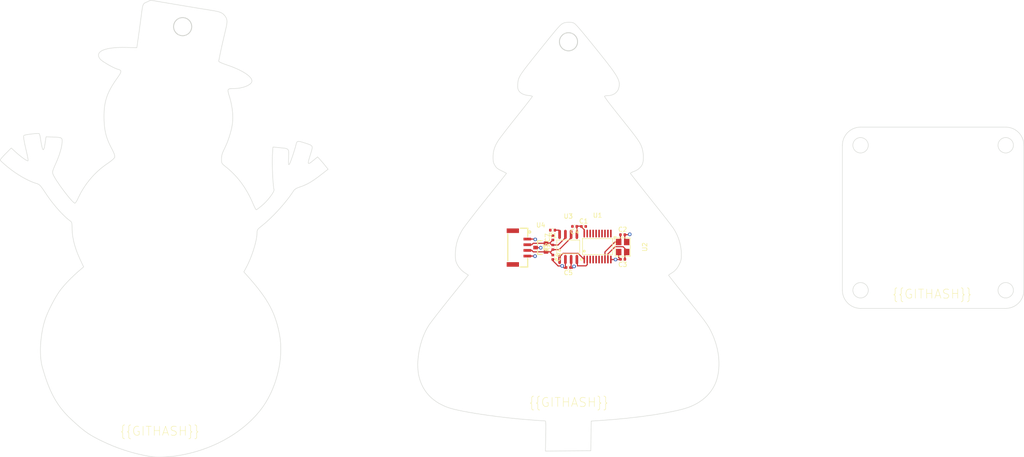
<source format=kicad_pcb>
(kicad_pcb (version 20240108) (generator "pcbnew") (generator_version "8.0")
  (layers (0 "F.Cu" signal) (31 "B.Cu" signal) (34 "B.Paste" user) (35 "F.Paste" user) (36 "B.SilkS" user "B.Silkscreen") (37 "F.SilkS" user "F.Silkscreen") (38 "B.Mask" user) (39 "F.Mask" user) (44 "Edge.Cuts" user))
  (net 0 "")
  (net 1 "vcc")
  (net 2 "sck")
  (net 3 "gnd-1")
  (net 4 "miso")
  (net 5 "rx")
  (net 6 "mosi")
  (net 7 "controller-vcc")
  (net 8 "rx0bf_hash")
  (net 9 "cs")
  (net 10 "tx")
  (net 11 "rx1bf_hash")
  (net 12 "clkout_slash_sof")
  (net 13 "tx1rts_hash")
  (net 14 "controller-vcc-1")
  (net 15 "tx2rts_hash")
  (net 16 "controller-vcc-3")
  (net 17 "tx0rts_hash")
  (net 18 "controller-vcc-2")
  (net 19 "canl")
  (net 20 "canh")
  (net 21 "vcc-1")
  (net 22 "transceiver-vcc")
  (footprint "lib:R0402" (layer "F.Cu") (at 157.781459 104.308683 90)
    (property "Reference" "R2")
    (property "Value" "62.5mW Thick Film Resistors 50V ±100ppm/℃ ±1% 120Ω 0402  Chip Resistor - Surface Mount ROHS")
  )
  (footprint "lib:SOT-23_L2.9-W1.3-P1.90-LS2.4-BR" (layer "F.Cu") (at 155.119895 104.365849)
    (property "Reference" "U4")
    (property "Value" "")
  )
  (footprint "lib:R0402" (layer "F.Cu") (at 157.72707 100.525397 180)
    (property "Reference" "R1")
    (property "Value" "62.5mW Thick Film Resistors 50V ±100ppm/℃ ±1% 10kΩ 0402  Chip Resistor - Surface Mount ROHS")
  )
  (footprint "lib:C0402" (layer "F.Cu") (at 173.182974 106.954654 180)
    (property "Reference" "C3")
    (property "Value" "50V 8.2pF C0G 0402  Multilayer Ceramic Capacitors MLCC - SMD/SMT ROHS")
  )
  (footprint "lib:C0402" (layer "F.Cu") (at 164.553418 99.706929)
    (property "Reference" "C1")
    (property "Value" "16V 100nF X7R ±10% 0402  Multilayer Ceramic Capacitors MLCC - SMD/SMT ROHS")
  )
  (footprint "lib:C0402" (layer "F.Cu") (at 173.162434 101.531974)
    (property "Reference" "C2")
    (property "Value" "50V 8.2pF C0G 0402  Multilayer Ceramic Capacitors MLCC - SMD/SMT ROHS")
  )
  (footprint "lib:C0402" (layer "F.Cu") (at 161.180485 108.76903 180)
    (property "Reference" "C5")
    (property "Value" "16V 100nF X7R ±10% 0402  Multilayer Ceramic Capacitors MLCC - SMD/SMT ROHS")
  )
  (footprint "lib:C0402" (layer "F.Cu") (at 157.779911 106.500884 -90)
    (property "Reference" "C6")
    (property "Value" "50V 47nF X7R ±10% 0402  Multilayer Ceramic Capacitors MLCC - SMD/SMT ROHS")
  )
  (footprint "lib:TSSOP-20_L6.5-W4.4-P0.65-LS6.4-BL" (layer "F.Cu") (at 167.64 104.14)
    (property "Reference" "U1")
    (property "Value" "")
  )
  (footprint "lib:SOIC-8_L4.9-W3.9-P1.27-LS6.0-BL" (layer "F.Cu") (at 161.176925 104.230443)
    (property "Reference" "U3")
    (property "Value" "")
  )
  (footprint "lib:CONN-SMD_4P-P1.25_SM04B-GHS-TB-LF-SN" (layer "F.Cu") (at 150.557776 104.369981 -90)
    (property "Reference" "J1")
    (property "Value" "")
  )
  (footprint "lib:OSC-SMD_4P-L3.2-W2.5-BL" (layer "F.Cu") (at 173.176286 104.249557 -90)
    (property "Reference" "U2")
    (property "Value" "")
  )
  (footprint "lib:C0402" (layer "F.Cu") (at 157.779911 102.203434 90)
    (property "Reference" "C7")
    (property "Value" "50V 47nF X7R ±10% 0402  Multilayer Ceramic Capacitors MLCC - SMD/SMT ROHS")
  )
  (footprint "lib:C0402" (layer "F.Cu") (at 162.571739 99.701134 180)
    (property "Reference" "C4")
    (property "Value" "16V 100nF X7R ±10% 0402  Multilayer Ceramic Capacitors MLCC - SMD/SMT ROHS")
  )
  (gr_circle (center 225.62 81.79) (end 227.32 81.79) (stroke (width 0.1)) (fill none) (layer "Edge.Cuts"))
  (gr_circle (center 257.62 113.79) (end 259.32 113.79) (stroke (width 0.1)) (fill none) (layer "Edge.Cuts"))
  (gr_circle (center 257.62 81.79) (end 259.32 81.79) (stroke (width 0.1)) (fill none) (layer "Edge.Cuts"))
  (gr_poly (pts (xy 75.142222 50.797022) (xy 79.756606 51.568267) (xy 82.366969 51.99203) (xy 83.019066 52.095762) (xy 83.303876 52.146979) (xy 83.563537 52.198618) (xy 83.799806 52.251323) (xy 84.01444 52.305736) (xy 84.209196 52.362498) (xy 84.385831 52.422252) (xy 84.546102 52.485641) (xy 84.691766 52.553306) (xy 84.824581 52.62589) (xy 84.946303 52.704035) (xy 85.05869 52.788383) (xy 85.163499 52.879577) (xy 85.262486 52.978258) (xy 85.357409 53.08507) (xy 85.479286 53.234958) (xy 85.586233 53.378736) (xy 85.634185 53.44915) (xy 85.678498 53.519015) (xy 85.719202 53.588656) (xy 85.75633 53.658402) (xy 85.789911 53.728576) (xy 85.819976 53.799506) (xy 85.846558 53.871517) (xy 85.869686 53.944936) (xy 85.889392 54.020089) (xy 85.905707 54.097301) (xy 85.918662 54.176899) (xy 85.928287 54.259209) (xy 85.934615 54.344557) (xy 85.937675 54.433269) (xy 85.937499 54.525672) (xy 85.934119 54.62209) (xy 85.927564 54.722851) (xy 85.917866 54.82828) (xy 85.889166 55.054449) (xy 85.848266 55.303204) (xy 85.795414 55.577155) (xy 85.730859 55.878909) (xy 85.654849 56.211077) (xy 84.878546 59.55341) (xy 84.657875 60.550977) (xy 84.450892 61.532488) (xy 84.331406 62.116419) (xy 84.229648 62.629765) (xy 84.15639 63.017063) (xy 84.122409 63.222849) (xy 84.123062 63.236814) (xy 84.127967 63.251873) (xy 84.137065 63.268001) (xy 84.150302 63.285171) (xy 84.167619 63.303357) (xy 84.188962 63.322534) (xy 84.214273 63.342674) (xy 84.243497 63.363751) (xy 84.313454 63.408613) (xy 84.398381 63.456909) (xy 84.497828 63.50843) (xy 84.611342 63.562966) (xy 84.738473 63.620306) (xy 84.878767 63.680241) (xy 85.031775 63.742561) (xy 85.197043 63.807056) (xy 85.374121 63.873515) (xy 85.562558 63.94173) (xy 85.7619 64.011489) (xy 85.971698 64.082583) (xy 86.585981 64.296029) (xy 87.172975 64.516947) (xy 87.730729 64.744054) (xy 88.257293 64.976069) (xy 88.75072 65.211708) (xy 89.209058 65.449689) (xy 89.63036 65.68873) (xy 90.012676 65.927548) (xy 90.354056 66.16486) (xy 90.652552 66.399385) (xy 90.906214 66.629839) (xy 91.113092 66.85494) (xy 91.271238 67.073405) (xy 91.378702 67.283953) (xy 91.412819 67.385857) (xy 91.433535 67.485301) (xy 91.440605 67.582123) (xy 91.433787 67.676165) (xy 91.41712 67.753004) (xy 91.390362 67.829368) (xy 91.35383 67.905131) (xy 91.307839 67.980165) (xy 91.252707 68.054343) (xy 91.188749 68.12754) (xy 91.116281 68.199626) (xy 91.03562 68.270477) (xy 90.947082 68.339964) (xy 90.850984 68.407961) (xy 90.747641 68.47434) (xy 90.637371 68.538975) (xy 90.520488 68.601739) (xy 90.39731 68.662505) (xy 90.268153 68.721145) (xy 90.133332 68.777534) (xy 89.993165 68.831543) (xy 89.847967 68.883047) (xy 89.543745 68.978027) (xy 89.223197 69.06146) (xy 88.888852 69.132329) (xy 88.54324 69.189618) (xy 88.188892 69.232313) (xy 88.009232 69.24787) (xy 87.828337 69.259397) (xy 87.646523 69.266767) (xy 87.464106 69.269854) (xy 87.202959 69.272042) (xy 86.97453 69.277492) (xy 86.777472 69.288473) (xy 86.690288 69.296746) (xy 86.610443 69.307253) (xy 86.537768 69.320276) (xy 86.472096 69.3361) (xy 86.413258 69.355009) (xy 86.361087 69.377285) (xy 86.315414 69.403211) (xy 86.276071 69.433073) (xy 86.24289 69.467154) (xy 86.215703 69.505736) (xy 86.194342 69.549103) (xy 86.178638 69.59754) (xy 86.168424 69.65133) (xy 86.163532 69.710755) (xy 86.163793 69.776101) (xy 86.169039 69.847649) (xy 86.179102 69.925685) (xy 86.193814 70.010491) (xy 86.236514 70.20155) (xy 86.295792 70.423093) (xy 86.370304 70.677389) (xy 86.458705 70.966708) (xy 86.582128 71.384478) (xy 86.694998 71.803093) (xy 86.797211 72.221567) (xy 86.888665 72.638919) (xy 86.969257 73.054166) (xy 87.038885 73.466323) (xy 87.097447 73.874409) (xy 87.144838 74.277439) (xy 87.180958 74.674432) (xy 87.205702 75.064404) (xy 87.21897 75.446371) (xy 87.220657 75.819352) (xy 87.210662 76.182361) (xy 87.188881 76.534418) (xy 87.155212 76.874538) (xy 87.109553 77.201739) (xy 86.986123 77.871628) (xy 86.830027 78.558912) (xy 86.643845 79.255662) (xy 86.430157 79.953949) (xy 86.19154 80.645848) (xy 85.930575 81.323429) (xy 85.649841 81.978766) (xy 85.351916 82.60393) (xy 85.189192 82.938586) (xy 85.118752 83.093315) (xy 85.055229 83.240939) (xy 84.998352 83.382431) (xy 84.947849 83.518761) (xy 84.903447 83.650903) (xy 84.864875 83.779828) (xy 84.831859 83.906506) (xy 84.804129 84.031911) (xy 84.781412 84.157013) (xy 84.763435 84.282785) (xy 84.749927 84.410197) (xy 84.740615 84.540223) (xy 84.735228 84.673833) (xy 84.733493 84.811999) (xy 84.736223 85.129082) (xy 84.741369 85.261496) (xy 84.750575 85.379459) (xy 84.764997 85.485194) (xy 84.774524 85.534172) (xy 84.785789 85.580928) (xy 84.798934 85.625739) (xy 84.814106 85.668884) (xy 84.831447 85.710641) (xy 84.851104 85.751288) (xy 84.873219 85.791103) (xy 84.897937 85.830364) (xy 84.925403 85.869349) (xy 84.955761 85.908337) (xy 84.989155 85.947605) (xy 85.02573 85.987432) (xy 85.109 86.069873) (xy 85.206725 86.157886) (xy 85.320061 86.253696) (xy 85.598185 86.477602) (xy 86.096863 86.886277) (xy 86.577755 87.306529) (xy 87.04138 87.739064) (xy 87.488258 88.184586) (xy 87.918909 88.6438) (xy 88.333852 89.117412) (xy 88.733607 89.606125) (xy 89.118694 90.110646) (xy 89.489632 90.631678) (xy 89.846941 91.169927) (xy 90.19114 91.726098) (xy 90.52275 92.300895) (xy 90.84229 92.895024) (xy 91.150279 93.509189) (xy 91.447237 94.144095) (xy 91.733683 94.800448) (xy 91.84059 95.047283) (xy 91.945802 95.277558) (xy 92.046625 95.486234) (xy 92.140364 95.668271) (xy 92.224324 95.818627) (xy 92.295813 95.932265) (xy 92.326039 95.973739) (xy 92.352136 96.004143) (xy 92.373767 96.022848) (xy 92.382804 96.027616) (xy 92.390597 96.029223) (xy 92.399173 96.028006) (xy 92.410522 96.024397) (xy 92.441219 96.010237) (xy 92.482045 95.987221) (xy 92.53236 95.955824) (xy 92.591521 95.916524) (xy 92.658887 95.869798) (xy 92.815666 95.755976) (xy 92.997564 95.618173) (xy 93.199447 95.460204) (xy 93.416182 95.285885) (xy 93.642634 95.099032) (xy 93.891007 94.882848) (xy 94.141366 94.648628) (xy 94.390948 94.400061) (xy 94.636991 94.140836) (xy 94.87673 93.874641) (xy 95.107403 93.605164) (xy 95.326247 93.336095) (xy 95.530498 93.071122) (xy 95.717394 92.813933) (xy 95.884171 92.568218) (xy 96.028066 92.337665) (xy 96.146316 92.125962) (xy 96.236159 91.936798) (xy 96.294829 91.773863) (xy 96.311612 91.703383) (xy 96.319566 91.640844) (xy 96.318345 91.586706) (xy 96.307605 91.54143) (xy 96.264441 91.378418) (xy 96.221593 91.121805) (xy 96.138989 90.373142) (xy 96.064068 89.386161) (xy 96.001109 88.251583) (xy 95.954389 87.060129) (xy 95.928186 85.902519) (xy 95.926777 84.869474) (xy 95.95444 84.051714) (xy 96.07471 82.177477) (xy 97.36716 82.304781) (xy 98.13507 82.379263) (xy 98.441266 82.413109) (xy 98.700599 82.449744) (xy 98.916803 82.492956) (xy 99.009898 82.518212) (xy 99.09361 82.546534) (xy 99.168406 82.578395) (xy 99.234753 82.614268) (xy 99.293117 82.654627) (xy 99.343964 82.699946) (xy 99.387763 82.750698) (xy 99.424978 82.807357) (xy 99.456076 82.870396) (xy 99.481525 82.94029) (xy 99.501791 83.017511) (xy 99.51734 83.102533) (xy 99.536155 83.297877) (xy 99.541702 83.530109) (xy 99.537716 83.803018) (xy 99.51607 84.486025) (xy 99.501811 85.019341) (xy 99.495778 85.429631) (xy 99.49953 85.727933) (xy 99.505563 85.838537) (xy 99.514626 85.925284) (xy 99.526915 85.989553) (xy 99.542625 86.032723) (xy 99.551823 86.046828) (xy 99.56195 86.056175) (xy 99.573029 86.060938) (xy 99.585085 86.061289) (xy 99.612224 86.049443) (xy 99.643564 86.022019) (xy 99.679299 85.980395) (xy 99.719623 85.925951) (xy 99.770963 85.835961) (xy 99.83738 85.6921) (xy 100.00736 85.267042) (xy 100.213404 84.699332) (xy 100.439353 84.037526) (xy 100.669049 83.330178) (xy 100.886332 82.625845) (xy 101.075044 81.973082) (xy 101.219027 81.420443) (xy 101.232451 81.367288) (xy 101.246658 81.317349) (xy 101.261814 81.270604) (xy 101.278084 81.227032) (xy 101.295634 81.186611) (xy 101.314631 81.149321) (xy 101.33524 81.115138) (xy 101.357628 81.084043) (xy 101.381959 81.056013) (xy 101.4084 81.031027) (xy 101.437117 81.009064) (xy 101.468275 80.990102) (xy 101.502041 80.974119) (xy 101.538581 80.961095) (xy 101.578059 80.951007) (xy 101.620643 80.943835) (xy 101.666497 80.939556) (xy 101.715788 80.938149) (xy 101.768682 80.939594) (xy 101.825345 80.943867) (xy 101.885942 80.950949) (xy 101.950639 80.960817) (xy 102.019603 80.97345) (xy 102.092998 80.988826) (xy 102.170992 81.006924) (xy 102.253749 81.027723) (xy 102.434219 81.077337) (xy 102.635734 81.137495) (xy 102.859622 81.208025) (xy 103.581471 81.438726) (xy 103.868146 81.535185) (xy 104.108644 81.625316) (xy 104.212356 81.669476) (xy 104.305459 81.713816) (xy 104.388264 81.758923) (xy 104.461082 81.805384) (xy 104.524226 81.853787) (xy 104.578006 81.904719) (xy 104.622735 81.958768) (xy 104.658725 82.01652) (xy 104.686285 82.078563) (xy 104.705729 82.145484) (xy 104.717368 82.217871) (xy 104.721513 82.296311) (xy 104.718476 82.381392) (xy 104.708568 82.4737) (xy 104.692102 82.573823) (xy 104.669388 82.682348) (xy 104.606464 82.926954) (xy 104.522289 83.212218) (xy 104.300158 83.92351) (xy 104.076968 84.658354) (xy 103.993442 84.95378) (xy 103.929762 85.203046) (xy 103.886777 85.407528) (xy 103.865337 85.568604) (xy 103.862962 85.633296) (xy 103.866292 85.687652) (xy 103.875434 85.731846) (xy 103.890492 85.766049) (xy 103.911574 85.790433) (xy 103.938786 85.805172) (xy 103.972234 85.810436) (xy 104.012025 85.806398) (xy 104.058263 85.79323) (xy 104.111056 85.771105) (xy 104.236732 85.700671) (xy 104.3899 85.596472) (xy 104.571411 85.459887) (xy 105.02286 85.095065) (xy 105.918216 84.355181) (xy 106.388476 84.86751) (xy 106.496975 84.987739) (xy 106.625318 85.133369) (xy 106.92254 85.478508) (xy 107.242155 85.858286) (xy 107.546176 86.22806) (xy 108.2336 87.076296) (xy 106.72333 88.254687) (xy 106.031007 88.783192) (xy 105.392025 89.245391) (xy 105.089314 89.453516) (xy 104.796071 89.647331) (xy 104.511007 89.827593) (xy 104.232833 89.995056) (xy 103.960259 90.150478) (xy 103.691998 90.294613) (xy 103.426759 90.428217) (xy 103.163254 90.552046) (xy 102.900193 90.666855) (xy 102.636288 90.773401) (xy 102.370249 90.872439) (xy 102.100787 90.964724) (xy 101.955978 91.013649) (xy 101.818902 91.062832) (xy 101.689432 91.112348) (xy 101.567439 91.162273) (xy 101.452795 91.212683) (xy 101.345371 91.263651) (xy 101.245039 91.315254) (xy 101.151671 91.367567) (xy 101.065138 91.420665) (xy 100.985313 91.474624) (xy 100.912065 91.529517) (xy 100.845269 91.585421) (xy 100.784794 91.642412) (xy 100.730512 91.700563) (xy 100.682296 91.759951) (xy 100.640017 91.82065) (xy 100.313962 92.312951) (xy 99.958065 92.82026) (xy 99.575318 93.339289) (xy 99.168711 93.866747) (xy 98.741234 94.399346) (xy 98.295878 94.933795) (xy 97.835635 95.466804) (xy 97.363494 95.995083) (xy 96.882446 96.515343) (xy 96.395482 97.024295) (xy 95.905593 97.518647) (xy 95.415769 97.995111) (xy 94.929002 98.450396) (xy 94.44828 98.881213) (xy 93.976596 99.284272) (xy 93.51694 99.656283) (xy 93.364132 99.777198) (xy 93.228349 99.887118) (xy 93.108601 99.987555) (xy 93.003899 100.080022) (xy 92.913256 100.166032) (xy 92.835682 100.247098) (xy 92.770188 100.324733) (xy 92.741662 100.362737) (xy 92.715786 100.40045) (xy 92.692435 100.438062) (xy 92.671487 100.475762) (xy 92.652817 100.513738) (xy 92.636302 100.552181) (xy 92.621819 100.591279) (xy 92.609244 100.631221) (xy 92.589322 100.714395) (xy 92.575548 100.803215) (xy 92.566934 100.899195) (xy 92.56249 101.003847) (xy 92.561229 101.118685) (xy 92.548214 101.459191) (xy 92.510172 101.840399) (xy 92.448603 102.257479) (xy 92.365007 102.705605) (xy 92.260885 103.179948) (xy 92.137739 103.675679) (xy 91.997068 104.187971) (xy 91.840373 104.711996) (xy 91.669155 105.242926) (xy 91.484915 105.775933) (xy 91.289154 106.306188) (xy 91.083372 106.828864) (xy 90.86907 107.339132) (xy 90.647749 107.832164) (xy 90.420909 108.303133) (xy 90.190051 108.74721) (xy 89.658061 109.729433) (xy 90.799319 111.025652) (xy 91.552256 111.894452) (xy 92.247519 112.726345) (xy 92.887901 113.52649) (xy 93.476195 114.300047) (xy 94.015193 115.052178) (xy 94.507688 115.788042) (xy 94.956473 116.5128) (xy 95.364341 117.231612) (xy 95.734083 117.949638) (xy 96.068493 118.672038) (xy 96.370364 119.403974) (xy 96.642488 120.150605) (xy 96.887657 120.917091) (xy 97.108665 121.708593) (xy 97.308304 122.530271) (xy 97.489367 123.387286) (xy 97.659586 124.435519) (xy 97.764545 125.512723) (xy 97.805707 126.613102) (xy 97.784533 127.73086) (xy 97.702485 128.860202) (xy 97.561026 129.995332) (xy 97.361618 131.130454) (xy 97.105722 132.259774) (xy 96.794801 133.377494) (xy 96.430316 134.47782) (xy 96.01373 135.554956) (xy 95.546505 136.603107) (xy 95.030102 137.616476) (xy 94.465984 138.589268) (xy 93.855613 139.515689) (xy 93.20045 140.389941) (xy 92.386005 141.350273) (xy 91.510226 142.273552) (xy 90.576227 143.158109) (xy 89.587122 144.002278) (xy 88.546024 144.80439) (xy 87.456048 145.562779) (xy 86.320308 146.275777) (xy 85.141916 146.941716) (xy 83.923988 147.558929) (xy 82.669636 148.125749) (xy 81.381976 148.640508) (xy 80.06412 149.101539) (xy 78.719182 149.507174) (xy 77.350277 149.855747) (xy 75.960518 150.145589) (xy 74.553019 150.375033) (xy 73.862872 150.459306) (xy 73.131633 150.525975) (xy 72.383923 150.574372) (xy 71.644361 150.603827) (xy 70.93757 150.613671) (xy 70.288169 150.603235) (xy 69.720779 150.57185) (xy 69.475532 150.548093) (xy 69.26002 150.518847) (xy 69.260051 150.518832) (xy 67.831835 150.262486) (xy 66.416949 149.953785) (xy 65.016193 149.592984) (xy 63.630368 149.180338) (xy 62.260274 148.716103) (xy 60.90671 148.200532) (xy 59.570477 147.633881) (xy 58.252375 147.016405) (xy 57.283074 146.528505) (xy 56.847829 146.298277) (xy 56.438641 146.072324) (xy 56.050351 145.846994) (xy 55.6778 145.618633) (xy 55.315827 145.383588) (xy 54.959273 145.138205) (xy 54.602979 144.87883) (xy 54.241783 144.601811) (xy 53.870528 144.303492) (xy 53.484054 143.980222) (xy 52.644807 143.244211) (xy 51.682765 142.36455) (xy 51.097036 141.804159) (xy 50.54538 141.238954) (xy 50.025658 140.665073) (xy 49.535731 140.078649) (xy 49.07346 139.475819) (xy 48.636705 138.852719) (xy 48.223328 138.205483) (xy 47.831189 137.530249) (xy 47.458149 136.823151) (xy 47.10207 136.080325) (xy 46.760812 135.297907) (xy 46.432236 134.472032) (xy 46.114202 133.598836) (xy 45.804573 132.674455) (xy 45.501208 131.695024) (xy 45.201968 130.656679) (xy 45.078569 130.147371) (xy 44.978794 129.594224) (xy 44.90231 129.00242) (xy 44.848785 128.377144) (xy 44.817886 127.723579) (xy 44.809281 127.046907) (xy 44.822637 126.352311) (xy 44.857621 125.644974) (xy 44.913901 124.93008) (xy 44.991145 124.212811) (xy 45.089019 123.498351) (xy 45.207191 122.791883) (xy 45.345328 122.098589) (xy 45.503099 121.423652) (xy 45.68017 120.772256) (xy 45.876208 120.149584) (xy 46.005143 119.787909) (xy 46.154924 119.401263) (xy 46.508073 118.570286) (xy 46.917749 117.69111) (xy 47.366047 116.79819) (xy 47.83506 115.92598) (xy 48.306883 115.108937) (xy 48.76361 114.381515) (xy 48.980717 114.062179) (xy 49.187335 113.77817) (xy 49.387433 113.519297) (xy 49.599256 113.255538) (xy 50.056372 112.715109) (xy 50.555279 112.160374) (xy 51.092575 111.594824) (xy 51.664855 111.021952) (xy 52.268718 110.445248) (xy 52.900758 109.868205) (xy 53.557574 109.294314) (xy 54.329783 108.634142) (xy 53.616031 107.110232) (xy 53.390001 106.6154) (xy 53.179365 106.128819) (xy 52.984012 105.650049) (xy 52.803829 105.178652) (xy 52.638704 104.71419) (xy 52.488525 104.256224) (xy 52.353181 103.804315) (xy 52.232559 103.358025) (xy 52.126547 102.916915) (xy 52.035034 102.480548) (xy 51.957906 102.048484) (xy 51.895053 101.620284) (xy 51.846363 101.195511) (xy 51.811722 100.773726) (xy 51.79102 100.35449) (xy 51.784144 99.937365) (xy 51.780657 99.620612) (xy 51.776007 99.482669) (xy 51.769161 99.357285) (xy 51.759927 99.243666) (xy 51.748111 99.141014) (xy 51.733519 99.048534) (xy 51.715958 98.96543) (xy 51.695233 98.890904) (xy 51.671153 98.824161) (xy 51.643523 98.764406) (xy 51.612149 98.71084) (xy 51.576839 98.662669) (xy 51.537399 98.619096) (xy 51.493635 98.579325) (xy 51.445353 98.542559) (xy 51.149902 98.324092) (xy 50.839064 98.073347) (xy 50.514896 97.792628) (xy 50.179453 97.484238) (xy 49.834791 97.150482) (xy 49.482966 96.793665) (xy 49.126033 96.41609) (xy 48.766047 96.020062) (xy 48.405065 95.607885) (xy 48.045142 95.181864) (xy 47.688333 94.744302) (xy 47.336694 94.297504) (xy 46.992281 93.843774) (xy 46.657149 93.385417) (xy 46.333354 92.924737) (xy 46.022952 92.464037) (xy 45.611719 91.844971) (xy 45.279782 91.362091) (xy 45.137757 91.165551) (xy 45.008606 90.995655) (xy 44.89001 90.849933) (xy 44.779654 90.725918) (xy 44.675221 90.621143) (xy 44.574392 90.533138) (xy 44.474852 90.459437) (xy 44.374284 90.397571) (xy 44.27037 90.345073) (xy 44.160793 90.299474) (xy 44.043237 90.258307) (xy 43.915385 90.219103) (xy 43.593888 90.117525) (xy 43.255864 89.996009) (xy 42.903268 89.855657) (xy 42.538058 89.697573) (xy 42.162189 89.522858) (xy 41.777618 89.332616) (xy 41.386301 89.127951) (xy 40.990194 88.909964) (xy 40.591254 88.679759) (xy 40.191438 88.438438) (xy 39.792701 88.187105) (xy 39.396999 87.926862) (xy 39.00629 87.658812) (xy 38.622529 87.384058) (xy 38.247673 87.103703) (xy 37.883677 86.81885) (xy 37.49456 86.502783) (xy 37.131548 86.199554) (xy 36.802586 85.916398) (xy 36.515619 85.660548) (xy 36.278593 85.439239) (xy 36.099452 85.259705) (xy 36.034071 85.187865) (xy 35.986141 85.129182) (xy 35.956654 85.08456) (xy 35.946605 85.054903) (xy 35.948192 85.042433) (xy 35.952903 85.026953) (xy 35.971384 84.987332) (xy 36.001425 84.936776) (xy 36.042403 84.876021) (xy 36.093695 84.805804) (xy 36.154681 84.726859) (xy 36.224736 84.639924) (xy 36.303239 84.545735) (xy 36.389567 84.445026) (xy 36.483097 84.338536) (xy 36.689276 84.11115) (xy 36.916796 83.869466) (xy 37.037003 83.745102) (xy 37.160678 83.619372) (xy 38.374759 82.395922) (xy 39.365809 83.301684) (xy 39.814301 83.698656) (xy 40.266196 84.075272) (xy 40.704205 84.419302) (xy 41.111041 84.718514) (xy 41.469414 84.960676) (xy 41.625024 85.056541) (xy 41.762035 85.133557) (xy 41.878286 85.190195) (xy 41.971615 85.224926) (xy 42.039863 85.236222) (xy 42.063905 85.232603) (xy 42.080867 85.222552) (xy 42.085566 85.215268) (xy 42.089233 85.203934) (xy 42.093537 85.169549) (xy 42.093921 85.120268) (xy 42.090523 85.056964) (xy 42.083485 84.98051) (xy 42.072948 84.891778) (xy 42.059051 84.79164) (xy 42.041937 84.68097) (xy 41.998614 84.43152) (xy 41.944105 84.150408) (xy 41.879534 83.844615) (xy 41.806025 83.52112) (xy 41.578977 82.541169) (xy 41.399614 81.732306) (xy 41.265507 81.079136) (xy 41.174225 80.56626) (xy 41.123338 80.17828) (xy 41.112283 80.026315) (xy 41.110416 79.899799) (xy 41.117432 79.796809) (xy 41.133029 79.71542) (xy 41.156901 79.653706) (xy 41.188746 79.609743) (xy 41.213078 79.592846) (xy 41.252556 79.575085) (xy 41.372962 79.537437) (xy 41.541984 79.497733) (xy 41.751641 79.456905) (xy 42.26094 79.37561) (xy 42.837013 79.301016) (xy 43.416018 79.240586) (xy 43.934111 79.201782) (xy 44.150364 79.192822) (xy 44.327447 79.192067) (xy 44.45738 79.20045) (xy 44.532183 79.218905) (xy 44.538527 79.223215) (xy 44.545097 79.229471) (xy 44.551878 79.23762) (xy 44.558855 79.247608) (xy 44.573336 79.272888) (xy 44.588416 79.304879) (xy 44.603974 79.343154) (xy 44.619887 79.387282) (xy 44.636031 79.436835) (xy 44.652284 79.491383) (xy 44.668525 79.550496) (xy 44.684629 79.613746) (xy 44.700475 79.680703) (xy 44.715939 79.750937) (xy 44.7309 79.82402) (xy 44.745234 79.899521) (xy 44.75882 79.977012) (xy 44.771533 80.056063) (xy 44.946351 81.130774) (xy 45.025944 81.564983) (xy 45.101061 81.931234) (xy 45.172253 82.230134) (xy 45.24007 82.462288) (xy 45.305063 82.628302) (xy 45.336673 82.686696) (xy 45.367783 82.728781) (xy 45.398463 82.754634) (xy 45.428781 82.764331) (xy 45.458807 82.757947) (xy 45.488608 82.735557) (xy 45.518254 82.697238) (xy 45.547814 82.643066) (xy 45.606951 82.487462) (xy 45.666568 82.269351) (xy 45.727218 81.98934) (xy 45.78945 81.648032) (xy 45.853816 81.246035) (xy 46.055377 79.918581) (xy 47.417926 79.96628) (xy 48.109143 79.993687) (xy 48.392021 80.009194) (xy 48.636741 80.027435) (xy 48.846051 80.049559) (xy 49.022696 80.076715) (xy 49.169424 80.110051) (xy 49.288982 80.150717) (xy 49.339431 80.174158) (xy 49.384117 80.199861) (xy 49.423385 80.227972) (xy 49.457577 80.258632) (xy 49.487036 80.291987) (xy 49.512107 80.32818) (xy 49.533132 80.367353) (xy 49.550455 80.409652) (xy 49.575367 80.504197) (xy 49.589592 80.612965) (xy 49.595876 80.737105) (xy 49.596965 80.877764) (xy 49.590289 81.099803) (xy 49.571905 81.336737) (xy 49.542029 81.587807) (xy 49.500879 81.852253) (xy 49.448672 82.129318) (xy 49.385623 82.418243) (xy 49.311951 82.718269) (xy 49.227873 83.028637) (xy 49.133604 83.34859) (xy 49.029362 83.677367) (xy 48.915364 84.014212) (xy 48.791827 84.358364) (xy 48.658967 84.709065) (xy 48.517002 85.065558) (xy 48.366148 85.427082) (xy 48.206622 85.792879) (xy 47.949769 86.374791) (xy 47.755997 86.832451) (xy 47.68104 87.021721) (xy 47.619784 87.188367) (xy 47.571537 87.335205) (xy 47.535609 87.465048) (xy 47.511311 87.580709) (xy 47.497952 87.685002) (xy 47.494842 87.78074) (xy 47.501291 87.870737) (xy 47.516609 87.957807) (xy 47.540106 88.044763) (xy 47.571091 88.134418) (xy 47.608874 88.229586) (xy 47.761079 88.551834) (xy 47.975096 88.939463) (xy 48.241913 89.380584) (xy 48.55252 89.863307) (xy 49.269066 90.905997) (xy 50.052651 91.972411) (xy 50.831193 92.967426) (xy 51.196047 93.408433) (xy 51.532609 93.795921) (xy 51.831869 94.117998) (xy 52.084818 94.362774) (xy 52.282443 94.518359) (xy 52.357694 94.558989) (xy 52.415736 94.572863) (xy 52.426811 94.571375) (xy 52.439084 94.56696) (xy 52.452509 94.559691) (xy 52.467041 94.549641) (xy 52.482633 94.536883) (xy 52.499239 94.521489) (xy 52.516813 94.503532) (xy 52.535309 94.483086) (xy 52.574881 94.435018) (xy 52.617586 94.377866) (xy 52.663055 94.312214) (xy 52.710918 94.238646) (xy 52.760808 94.157745) (xy 52.812354 94.070093) (xy 52.865187 93.976276) (xy 52.918939 93.876875) (xy 52.97324 93.772474) (xy 53.02772 93.663657) (xy 53.082012 93.551007) (xy 53.135745 93.435107) (xy 53.405424 92.869327) (xy 53.69623 92.311615) (xy 54.007442 91.76282) (xy 54.338342 91.223792) (xy 54.688208 90.695381) (xy 55.05632 90.178436) (xy 55.441958 89.673808) (xy 55.844402 89.182347) (xy 56.262932 88.704901) (xy 56.696828 88.242322) (xy 57.145369 87.795459) (xy 57.607836 87.365163) (xy 58.083508 86.952281) (xy 58.571665 86.557666) (xy 59.071586 86.182166) (xy 59.582553 85.826632) (xy 59.914962 85.598282) (xy 60.214172 85.3804) (xy 60.477869 85.17504) (xy 60.595674 85.077698) (xy 60.703732 84.984257) (xy 60.801753 84.894974) (xy 60.889447 84.810106) (xy 60.966524 84.72991) (xy 61.032694 84.654642) (xy 61.087669 84.584559) (xy 61.131158 84.519919) (xy 61.162872 84.460977) (xy 61.182521 84.407992) (xy 61.189444 84.378526) (xy 61.194656 84.347449) (xy 61.198136 84.314702) (xy 61.199864 84.280227) (xy 61.197977 84.205863) (xy 61.188829 84.123892) (xy 61.172254 84.033852) (xy 61.148084 83.935279) (xy 61.116154 83.82771) (xy 61.076297 83.71068) (xy 61.028345 83.583727) (xy 60.972134 83.446388) (xy 60.907495 83.298197) (xy 60.834263 83.138693) (xy 60.75227 82.967412) (xy 60.661351 82.783889) (xy 60.561339 82.587662) (xy 60.452067 82.378268) (xy 60.237971 81.961359) (xy 60.041673 81.555601) (xy 59.862568 81.158484) (xy 59.700049 80.767498) (xy 59.553508 80.380135) (xy 59.422339 79.993885) (xy 59.305935 79.60624) (xy 59.203689 79.21469) (xy 59.114995 78.816725) (xy 59.039245 78.409838) (xy 58.975833 77.991518) (xy 58.924151 77.559256) (xy 58.883594 77.110544) (xy 58.853553 76.642872) (xy 58.833423 76.153731) (xy 58.822596 75.640612) (xy 58.82378 75.019765) (xy 58.843433 74.425285) (xy 58.882591 73.854032) (xy 58.942291 73.302869) (xy 59.023569 72.768658) (xy 59.127459 72.248262) (xy 59.255 71.738542) (xy 59.407225 71.236361) (xy 59.585172 70.73858) (xy 59.789877 70.242062) (xy 60.022374 69.743669) (xy 60.283701 69.240263) (xy 60.574893 68.728705) (xy 60.896986 68.205859) (xy 61.251015 67.668586) (xy 61.638018 67.113749) (xy 61.84244 66.825076) (xy 62.020375 66.566593) (xy 62.17201 66.336298) (xy 62.29753 66.132187) (xy 62.397121 65.95226) (xy 62.470968 65.794512) (xy 62.498296 65.72333) (xy 62.519258 65.656942) (xy 62.533877 65.595098) (xy 62.542176 65.537547) (xy 62.544179 65.484039) (xy 62.539908 65.434323) (xy 62.529387 65.388151) (xy 62.512639 65.34527) (xy 62.489688 65.305431) (xy 62.460556 65.268384) (xy 62.425267 65.233878) (xy 62.383844 65.201662) (xy 62.33631 65.171487) (xy 62.282689 65.143103) (xy 62.157276 65.090703) (xy 62.007792 65.042459) (xy 61.834422 64.996371) (xy 61.657986 64.943069) (xy 61.445562 64.862593) (xy 61.203024 64.758325) (xy 60.93625 64.633653) (xy 60.353499 64.336631) (xy 59.744319 63.998608) (xy 59.155721 63.646664) (xy 58.634716 63.307879) (xy 58.414252 63.151884) (xy 58.228316 63.009334) (xy 58.082783 62.883614) (xy 57.983531 62.778109) (xy 57.869943 62.622242) (xy 57.777351 62.470362) (xy 57.705558 62.322559) (xy 57.654369 62.178917) (xy 57.623588 62.039526) (xy 57.613018 61.904471) (xy 57.622463 61.773839) (xy 57.651728 61.647718) (xy 57.700616 61.526195) (xy 57.768931 61.409356) (xy 57.856477 61.297289) (xy 57.963058 61.190081) (xy 58.088479 61.087819) (xy 58.232542 60.99059) (xy 58.395052 60.89848) (xy 58.575812 60.811578) (xy 58.774627 60.72997) (xy 58.991301 60.653743) (xy 59.225638 60.582984) (xy 59.477441 60.51778) (xy 59.746514 60.458218) (xy 60.032661 60.404385) (xy 60.335687 60.356369) (xy 60.655395 60.314256) (xy 60.991589 60.278134) (xy 61.344073 60.248089) (xy 61.712651 60.224208) (xy 62.097127 60.20658) (xy 62.497305 60.195289) (xy 62.912988 60.190424) (xy 63.343981 60.192072) (xy 63.790088 60.20032) (xy 66.056857 60.258219) (xy 66.273486 58.80189) (xy 66.542465 56.891029) (xy 66.884944 54.341891) (xy 67.190183 52.053843) (xy 67.248082 51.679802) (xy 67.303557 51.37005) (xy 67.359078 51.117137) (xy 67.417116 50.913616) (xy 67.48014 50.752035) (xy 67.55062 50.624945) (xy 67.631027 50.524898) (xy 67.72383 50.444442) (xy 67.831501 50.37613) (xy 67.956508 50.312512) (xy 68.268412 50.169558) (xy 69.100734 49.778315)) (stroke (width 0.1)) (fill none) (layer "Edge.Cuts"))
  (gr_arc (start 261.62 113.79) (mid 260.448427 116.618427) (end 257.62 117.79) (stroke (width 0.1)) (layer "Edge.Cuts"))
  (gr_arc (start 225.62 117.79) (mid 222.791573 116.618427) (end 221.62 113.79) (stroke (width 0.1)) (layer "Edge.Cuts"))
  (gr_line (start 261.62 113.79) (end 261.62 81.79) (stroke (width 0.1)) (layer "Edge.Cuts"))
  (gr_circle (center 161.229974 58.946031) (end 163.229974 58.946031) (stroke (width 0.2)) (fill none) (layer "Edge.Cuts"))
  (gr_line (start 221.62 81.79) (end 221.62 113.79) (stroke (width 0.1)) (layer "Edge.Cuts"))
  (gr_arc (start 257.62 77.79) (mid 260.448427 78.961573) (end 261.62 81.79) (stroke (width 0.1)) (layer "Edge.Cuts"))
  (gr_poly (pts (xy 161.429183 54.643361) (xy 161.588699 54.648976) (xy 161.743405 54.660128) (xy 161.8913 54.67685) (xy 162.030385 54.699174) (xy 162.158659 54.727132) (xy 162.274122 54.760758) (xy 162.374774 54.800082) (xy 162.418214 54.822065) (xy 162.465501 54.850416) (xy 162.517128 54.885713) (xy 162.573587 54.928531) (xy 162.702967 55.039035) (xy 162.857578 55.186538) (xy 163.041357 55.37565) (xy 163.258241 55.610981) (xy 163.512165 55.897139) (xy 163.807067 56.238735) (xy 164.146884 56.640378) (xy 164.53555 57.106678) (xy 164.977005 57.642244) (xy 165.475183 58.251687) (xy 166.657456 59.710639) (xy 168.113864 61.520411) (xy 169.490282 63.25197) (xy 170.562092 64.650979) (xy 170.993296 65.243203) (xy 171.359779 65.7732) (xy 171.665351 66.247941) (xy 171.913823 66.674396) (xy 172.109006 67.059535) (xy 172.254708 67.41033) (xy 172.354741 67.733749) (xy 172.412915 68.036764) (xy 172.433041 68.326344) (xy 172.418927 68.609461) (xy 172.374385 68.893084) (xy 172.303226 69.184183) (xy 172.274597 69.278158) (xy 172.242 69.369887) (xy 172.205507 69.459324) (xy 172.165188 69.546423) (xy 172.121114 69.631137) (xy 172.073357 69.713419) (xy 172.021987 69.793223) (xy 171.967076 69.870502) (xy 171.908694 69.945208) (xy 171.846914 70.017296) (xy 171.781806 70.08672) (xy 171.71344 70.153431) (xy 171.641889 70.217383) (xy 171.567223 70.278531) (xy 171.489513 70.336826) (xy 171.408831 70.392223) (xy 171.325247 70.444674) (xy 171.238833 70.494134) (xy 171.14966 70.540554) (xy 171.057799 70.58389) (xy 170.96332 70.624093) (xy 170.866295 70.661118) (xy 170.766796 70.694917) (xy 170.664893 70.725444) (xy 170.560657 70.752652) (xy 170.45416 70.776495) (xy 170.345472 70.796926) (xy 170.234664 70.813898) (xy 170.121809 70.827364) (xy 170.006976 70.837278) (xy 169.890237 70.843593) (xy 169.771663 70.846262) (xy 169.726607 70.847177) (xy 169.681188 70.849133) (xy 169.590479 70.855957) (xy 169.501974 70.8663) (xy 169.418107 70.879728) (xy 169.378675 70.887463) (xy 169.341315 70.895806) (xy 169.306334 70.904703) (xy 169.274034 70.9141) (xy 169.244721 70.923942) (xy 169.218699 70.934176) (xy 169.196272 70.944746) (xy 169.177745 70.955599) (xy 169.171643 70.965792) (xy 169.172154 70.983757) (xy 169.17922 71.009417) (xy 169.192785 71.042693) (xy 169.239181 71.131786) (xy 169.310885 71.250417) (xy 169.407439 71.397965) (xy 169.528385 71.573811) (xy 169.673265 71.777334) (xy 169.841623 72.007915) (xy 170.246938 72.547768) (xy 170.740668 73.18841) (xy 171.319154 73.924882) (xy 171.978732 74.752222) (xy 174.641332 78.093405) (xy 175.537111 79.246786) (xy 176.200008 80.134787) (xy 176.673118 80.816979) (xy 176.99954 81.352933) (xy 177.222371 81.802218) (xy 177.384708 82.224406) (xy 177.462833 82.472098) (xy 177.531331 82.72855) (xy 177.59016 82.991701) (xy 177.639284 83.259489) (xy 177.678662 83.529854) (xy 177.708257 83.800735) (xy 177.728028 84.070071) (xy 177.737937 84.335802) (xy 177.737946 84.595867) (xy 177.728014 84.848205) (xy 177.708104 85.090755) (xy 177.678176 85.321456) (xy 177.638191 85.538248) (xy 177.588111 85.739069) (xy 177.527896 85.92186) (xy 177.457507 86.084559) (xy 177.391656 86.207668) (xy 177.318059 86.327563) (xy 177.236853 86.444134) (xy 177.148173 86.557272) (xy 177.052156 86.666869) (xy 176.948938 86.772814) (xy 176.838657 86.874999) (xy 176.721448 86.973315) (xy 176.597448 87.067652) (xy 176.466794 87.157903) (xy 176.32962 87.243956) (xy 176.186065 87.325705) (xy 176.036265 87.403039) (xy 175.880355 87.475849) (xy 175.718473 87.544027) (xy 175.550754 87.607462) (xy 175.482045 87.632835) (xy 175.415483 87.658969) (xy 175.351405 87.685667) (xy 175.290146 87.712731) (xy 175.23204 87.739963) (xy 175.177423 87.767164) (xy 175.126631 87.794136) (xy 175.079997 87.820681) (xy 175.037859 87.846601) (xy 175.00055 87.871698) (xy 174.968407 87.895773) (xy 174.941764 87.918629) (xy 174.920956 87.940066) (xy 174.90632 87.959888) (xy 174.898189 87.977896) (xy 174.896668 87.986157) (xy 174.8969 87.993891) (xy 174.922027 88.037315) (xy 174.991394 88.135797) (xy 175.25375 88.486297) (xy 176.209258 89.720013) (xy 177.617844 91.508896) (xy 179.333926 93.666804) (xy 181.092323 95.879526) (xy 182.616098 97.817656) (xy 183.742073 99.272256) (xy 184.307071 100.034388) (xy 184.515284 100.360502) (xy 184.7117 100.694247) (xy 184.896111 101.034954) (xy 185.068309 101.381957) (xy 185.228084 101.734588) (xy 185.375229 102.092181) (xy 185.509535 102.454068) (xy 185.630794 102.819582) (xy 185.738797 103.188056) (xy 185.833335 103.558822) (xy 185.914201 103.931214) (xy 185.981186 104.304563) (xy 186.034081 104.678204) (xy 186.072678 105.051468) (xy 186.096768 105.423689) (xy 186.106143 105.794199) (xy 186.105091 106.172735) (xy 186.095928 106.491761) (xy 186.087599 106.633067) (xy 186.076394 106.764426) (xy 186.062032 106.887483) (xy 186.044229 107.003882) (xy 186.022703 107.115265) (xy 185.997171 107.223277) (xy 185.967351 107.329562) (xy 185.932961 107.435763) (xy 185.893716 107.543524) (xy 185.849336 107.654488) (xy 185.744037 107.892603) (xy 185.654537 108.079442) (xy 185.563285 108.257402) (xy 185.469989 108.426825) (xy 185.374358 108.588053) (xy 185.276102 108.741425) (xy 185.174928 108.887283) (xy 185.070547 109.025968) (xy 184.962667 109.15782) (xy 184.850997 109.283181) (xy 184.735246 109.402392) (xy 184.615122 109.515794) (xy 184.490336 109.623727) (xy 184.360596 109.726532) (xy 184.22561 109.824551) (xy 184.085088 109.918125) (xy 183.938739 110.007593) (xy 183.810996 110.084401) (xy 183.691836 110.159793) (xy 183.583867 110.231854) (xy 183.489696 110.298666) (xy 183.41193 110.358313) (xy 183.380014 110.384851) (xy 183.353176 110.408878) (xy 183.331744 110.430155) (xy 183.316042 110.448443) (xy 183.306397 110.463502) (xy 183.303947 110.469746) (xy 183.303134 110.475092) (xy 183.318272 110.503511) (xy 183.362609 110.567965) (xy 183.532916 110.797359) (xy 183.802115 111.148045) (xy 184.158269 111.604794) (xy 185.08369 112.775559) (xy 186.213672 114.187815) (xy 189.362188 118.120691) (xy 190.402126 119.447898) (xy 191.169656 120.462983) (xy 191.727633 121.251467) (xy 192.13891 121.898876) (xy 192.466342 122.490732) (xy 192.772785 123.112559) (xy 193.051147 123.726705) (xy 193.303988 124.346147) (xy 193.531154 124.969731) (xy 193.732492 125.596305) (xy 193.907848 126.224716) (xy 194.05707 126.853811) (xy 194.180003 127.482437) (xy 194.276494 128.109442) (xy 194.346391 128.733673) (xy 194.389538 129.353977) (xy 194.405784 129.969202) (xy 194.394974 130.578194) (xy 194.356955 131.1798) (xy 194.291575 131.772869) (xy 194.198678 132.356247) (xy 194.078113 132.928782) (xy 193.929544 133.476781) (xy 193.74781 134.009233) (xy 193.533455 134.525547) (xy 193.287022 135.025131) (xy 193.009057 135.507395) (xy 192.700103 135.971748) (xy 192.360704 136.4176) (xy 191.991405 136.844359) (xy 191.592749 137.251434) (xy 191.165282 137.638235) (xy 190.709547 138.004171) (xy 190.226087 138.348651) (xy 189.715449 138.671084) (xy 189.178175 138.970879) (xy 188.61481 139.247446) (xy 188.025897 139.500193) (xy 187.387382 139.730873) (xy 186.62691 139.962173) (xy 185.752713 140.192844) (xy 184.773022 140.421641) (xy 182.530085 140.868622) (xy 179.96395 141.293139) (xy 177.140466 141.685214) (xy 174.125485 142.034872) (xy 170.984858 142.332135) (xy 167.784435 142.567026) (xy 166.231372 142.664027) (xy 166.19247 145.936793) (xy 166.153667 149.209559) (xy 161.14812 149.247553) (xy 156.142551 149.285548) (xy 156.211231 145.955256) (xy 156.23825 144.264273) (xy 156.238691 143.682086) (xy 156.22939 143.24944) (xy 156.209575 142.946836) (xy 156.195482 142.838207) (xy 156.178471 142.754778) (xy 156.158445 142.69411) (xy 156.135307 142.653767) (xy 156.108961 142.631312) (xy 156.079311 142.624308) (xy 155.214992 142.57575) (xy 153.588337 142.458798) (xy 151.746032 142.31468) (xy 150.23476 142.184626) (xy 147.951424 141.950142) (xy 145.645248 141.676286) (xy 143.382545 141.373503) (xy 141.229626 141.052239) (xy 139.252805 140.722941) (xy 137.518395 140.396054) (xy 136.092708 140.082025) (xy 135.042056 139.7913) (xy 134.381421 139.556594) (xy 133.752014 139.295735) (xy 133.153989 139.00888) (xy 132.587501 138.696185) (xy 132.052705 138.357807) (xy 131.549756 137.993902) (xy 131.078809 137.604627) (xy 130.64002 137.190138) (xy 130.233542 136.750592) (xy 129.859531 136.286146) (xy 129.518141 135.796955) (xy 129.209529 135.283176) (xy 128.933847 134.744967) (xy 128.691252 134.182482) (xy 128.481899 133.59588) (xy 128.305942 132.985316) (xy 128.169056 132.349397) (xy 128.072975 131.677754) (xy 128.016707 130.975694) (xy 127.999256 130.248525) (xy 128.019631 129.501555) (xy 128.076838 128.740093) (xy 128.169883 127.969445) (xy 128.297773 127.19492) (xy 128.459515 126.421826) (xy 128.654115 125.65547) (xy 128.880581 124.901161) (xy 129.137918 124.164206) (xy 129.425134 123.449914) (xy 129.741235 122.763591) (xy 130.085228 122.110547) (xy 130.456119 121.496088) (xy 130.678839 121.176405) (xy 131.044408 120.681658) (xy 131.533542 120.036727) (xy 132.126955 119.266491) (xy 133.549488 117.449628) (xy 135.157733 115.430109) (xy 139.156955 110.449519) (xy 138.361812 109.926661) (xy 138.191303 109.808793) (xy 138.024907 109.682349) (xy 137.863136 109.547997) (xy 137.706502 109.406407) (xy 137.555518 109.258246) (xy 137.410696 109.104183) (xy 137.27255 108.944887) (xy 137.141591 108.781027) (xy 137.018333 108.613271) (xy 136.903287 108.442289) (xy 136.796967 108.268748) (xy 136.699885 108.093317) (xy 136.612554 107.916666) (xy 136.535485 107.739462) (xy 136.469192 107.562375) (xy 136.414188 107.386072) (xy 136.393025 107.303561) (xy 136.373683 107.213821) (xy 136.356172 107.117074) (xy 136.340506 107.013541) (xy 136.326696 106.903442) (xy 136.314755 106.786999) (xy 136.296527 106.535963) (xy 136.28592 106.262201) (xy 136.28303 105.96748) (xy 136.287955 105.653567) (xy 136.300792 105.32223) (xy 136.322244 104.998512) (xy 136.354436 104.675622) (xy 136.397314 104.353731) (xy 136.450821 104.033012) (xy 136.514903 103.713637) (xy 136.589505 103.395777) (xy 136.67457 103.079605) (xy 136.770045 102.765293) (xy 136.875873 102.453014) (xy 136.991999 102.142939) (xy 137.118369 101.83524) (xy 137.254926 101.53009) (xy 137.401615 101.227661) (xy 137.558383 100.928125) (xy 137.725172 100.631653) (xy 137.901927 100.338419) (xy 138.126212 100.011097) (xy 138.51292 99.483877) (xy 139.040899 98.784161) (xy 139.688993 97.939352) (xy 141.260913 95.92407) (xy 143.059451 93.657252) (xy 146.236175 89.672407) (xy 147.202546 88.449633) (xy 147.557468 87.987986) (xy 147.556054 87.984938) (xy 147.551858 87.980582) (xy 147.535398 87.968089) (xy 147.508643 87.9508) (xy 147.472146 87.929003) (xy 147.372145 87.873051) (xy 147.239832 87.802557) (xy 147.079641 87.719846) (xy 146.896006 87.62724) (xy 146.693363 87.527063) (xy 146.476146 87.421641) (xy 146.164445 87.267635) (xy 146.029652 87.197126) (xy 145.907363 87.129704) (xy 145.796428 87.064435) (xy 145.695696 87.000386) (xy 145.604016 86.936623) (xy 145.520238 86.872216) (xy 145.443212 86.806229) (xy 145.371787 86.737731) (xy 145.304812 86.665788) (xy 145.241137 86.589467) (xy 145.179611 86.507836) (xy 145.119084 86.419962) (xy 145.058406 86.324911) (xy 144.996425 86.221751) (xy 144.936178 86.116882) (xy 144.882127 86.017884) (xy 144.833953 85.923336) (xy 144.791331 85.831816) (xy 144.753942 85.741904) (xy 144.721463 85.652177) (xy 144.693573 85.561215) (xy 144.669949 85.467596) (xy 144.65027 85.3699) (xy 144.634215 85.266704) (xy 144.621462 85.156587) (xy 144.611688 85.038128) (xy 144.604572 84.909906) (xy 144.599793 84.7705) (xy 144.597029 84.618488) (xy 144.595958 84.452448) (xy 144.599628 84.195279) (xy 144.611925 83.944089) (xy 144.633095 83.698112) (xy 144.663381 83.456583) (xy 144.703029 83.218738) (xy 144.752282 82.983811) (xy 144.811387 82.751037) (xy 144.880586 82.519652) (xy 144.960125 82.28889) (xy 145.050249 82.057986) (xy 145.151202 81.826176) (xy 145.26323 81.592694) (xy 145.386575 81.356776) (xy 145.521483 81.117655) (xy 145.6682 80.874568) (xy 145.826969 80.626749) (xy 146.032392 80.333611) (xy 146.358724 79.892071) (xy 147.30702 78.650511) (xy 148.537667 77.075522) (xy 149.916477 75.340556) (xy 151.237226 73.678901) (xy 152.309769 72.303534) (xy 153.024068 71.357417) (xy 153.212489 71.090004) (xy 153.258499 71.015527) (xy 153.270084 70.983515) (xy 153.265966 70.978423) (xy 153.259854 70.973183) (xy 153.251803 70.967809) (xy 153.241867 70.96231) (xy 153.216558 70.950987) (xy 153.184364 70.939307) (xy 153.14572 70.927361) (xy 153.101062 70.915241) (xy 153.050827 70.903038) (xy 152.995449 70.890845) (xy 152.935366 70.878753) (xy 152.871013 70.866854) (xy 152.802825 70.855239) (xy 152.73124 70.844002) (xy 152.656692 70.833232) (xy 152.579618 70.823023) (xy 152.500454 70.813465) (xy 152.419635 70.804652) (xy 152.231149 70.781807) (xy 152.048915 70.752885) (xy 151.873161 70.717993) (xy 151.704112 70.677241) (xy 151.541996 70.63074) (xy 151.387039 70.578598) (xy 151.239467 70.520925) (xy 151.099507 70.457831) (xy 150.967385 70.389425) (xy 150.843329 70.315816) (xy 150.727564 70.237115) (xy 150.620318 70.153431) (xy 150.521817 70.064872) (xy 150.432287 69.97155) (xy 150.351955 69.873574) (xy 150.281047 69.771052) (xy 150.239903 69.703254) (xy 150.203083 69.636552) (xy 150.170436 69.569895) (xy 150.141808 69.502228) (xy 150.117043 69.432499) (xy 150.095989 69.359654) (xy 150.078492 69.282642) (xy 150.064398 69.200408) (xy 150.053553 69.111901) (xy 150.045804 69.016066) (xy 150.040997 68.911851) (xy 150.038978 68.798203) (xy 150.039593 68.674069) (xy 150.042688 68.538396) (xy 150.04811 68.39013) (xy 150.055705 68.22822) (xy 150.072415 67.962758) (xy 150.098332 67.715002) (xy 150.116664 67.59479) (xy 150.139604 67.475438) (xy 150.16792 67.355755) (xy 150.202381 67.234552) (xy 150.243756 67.110641) (xy 150.292814 66.982832) (xy 150.350322 66.849936) (xy 150.41705 66.710763) (xy 150.493766 66.564125) (xy 150.58124 66.408832) (xy 150.680239 66.243695) (xy 150.791532 66.067525) (xy 150.915888 65.879133) (xy 151.054076 65.677329) (xy 151.375022 65.228731) (xy 151.760519 64.712216) (xy 152.216716 64.11827) (xy 152.749763 63.437382) (xy 153.365808 62.660036) (xy 154.871494 60.777918) (xy 157.351611 57.70227) (xy 158.182147 56.694478) (xy 158.801918 55.969401) (xy 159.257611 55.474061) (xy 159.595914 55.15548) (xy 159.735634 55.045918) (xy 159.863513 54.960679) (xy 160.107097 54.83668) (xy 160.2199 54.793912) (xy 160.345893 54.756391) (xy 160.483077 54.724149) (xy 160.629452 54.697218) (xy 160.783018 54.67563) (xy 160.941774 54.659418) (xy 161.10372 54.648615) (xy 161.266857 54.643252)) (stroke (width 0.1)) (fill none) (layer "Edge.Cuts"))
  (gr_line (start 257.62 77.79) (end 225.62 77.79) (stroke (width 0.1)) (layer "Edge.Cuts"))
  (gr_arc (start 221.62 81.79) (mid 222.791573 78.961573) (end 225.62 77.79) (stroke (width 0.1)) (layer "Edge.Cuts"))
  (gr_circle (center 225.62 113.79) (end 227.32 113.79) (stroke (width 0.1)) (fill none) (layer "Edge.Cuts"))
  (gr_circle (center 76.165146 55.61107) (end 78.165146 55.61107) (stroke (width 0.2)) (fill none) (layer "Edge.Cuts"))
  (gr_line (start 225.62 117.79) (end 257.62 117.79) (stroke (width 0.1)) (layer "Edge.Cuts"))
  (gr_text "{{GITHASH}}" (at 152.4 139.7 0) (layer "F.SilkS") (effects (font (size 2 2) (thickness 0.1)) (justify left bottom)))
  (gr_text "{{GITHASH}}" (at 62.23 146.05 0) (layer "F.SilkS") (effects (font (size 2 2) (thickness 0.1)) (justify left bottom)))
  (gr_text "{{GITHASH}}" (at 232.508427 115.791573 0) (layer "F.SilkS") (effects (font (size 2 2) (thickness 0.1)) (justify left bottom)))
  (segment (start 163.91871 99.644313) (end 163.315984 99.644313) (width 0.25) (layer "F.Cu") (net 1))
  (segment (start 163.076925 99.880864) (end 163.076925 101.460443) (width 0.25) (layer "F.Cu") (net 1))
  (segment (start 164.71 101.27) (end 164.71 100.435603) (width 0.25) (layer "F.Cu") (net 1))
  (segment (start 163.31473 99.643059) (end 163.076925 99.880864) (width 0.25) (layer "F.Cu") (net 1))
  (segment (start 163.315984 99.644313) (end 163.31473 99.643059) (width 0.25) (layer "F.Cu") (net 1))
  (segment (start 164.71 100.435603) (end 163.91871 99.644313) (width 0.25) (layer "F.Cu") (net 1))
  (segment (start 153.828903 106.239981) (end 153.850414 106.261492) (width 0.25) (layer "F.Cu") (net 3))
  (segment (start 160.683582 108.908737) (end 160.546925 108.77208) (width 0.25) (layer "F.Cu") (net 3))
  (segment (start 160.319662 108.908737) (end 160.683582 108.908737) (width 0.25) (layer "F.Cu") (net 3))
  (segment (start 154.010388 104.406342) (end 153.969895 104.365849) (width 0.25) (layer "F.Cu") (net 3))
  (segment (start 155.094993 104.406342) (end 154.010388 104.406342) (width 0.25) (layer "F.Cu") (net 3))
  (segment (start 173.642434 102.735705) (end 174.056286 103.149557) (width 0.25) (layer "F.Cu") (net 3))
  (segment (start 172.296286 106.547966) (end 172.702974 106.954654) (width 0.25) (layer "F.Cu") (net 3))
  (segment (start 158.941989 108.422961) (end 157.779911 107.260883) (width 0.25) (layer "F.Cu") (net 3))
  (segment (start 159.833886 108.422961) (end 158.941989 108.422961) (width 0.25) (layer "F.Cu") (net 3))
  (segment (start 173.642434 101.531974) (end 173.642434 102.735705) (width 0.25) (layer "F.Cu") (net 3))
  (segment (start 173.642434 101.531974) (end 174.642579 101.531974) (width 0.25) (layer "F.Cu") (net 3))
  (segment (start 160.546925 108.77208) (end 160.546925 107.000443) (width 0.25) (layer "F.Cu") (net 3))
  (segment (start 172.702974 106.954654) (end 172.647628 107.01) (width 0.25) (layer "F.Cu") (net 3))
  (segment (start 174.642579 101.531974) (end 174.730969 101.443584) (width 0.25) (layer "F.Cu") (net 3))
  (segment (start 172.647628 107.01) (end 171.595712 107.01) (width 0.25) (layer "F.Cu") (net 3))
  (segment (start 170.57 107.01) (end 171.595712 107.01) (width 0.25) (layer "F.Cu") (net 3))
  (segment (start 172.296286 105.349557) (end 172.296286 106.547966) (width 0.25) (layer "F.Cu") (net 3))
  (segment (start 157.779911 107.260883) (end 157.779911 106.980884) (width 0.25) (layer "F.Cu") (net 3))
  (segment (start 159.833886 108.422961) (end 160.319662 108.908737) (width 0.25) (layer "F.Cu") (net 3))
  (segment (start 152.157776 106.239981) (end 153.828903 106.239981) (width 0.25) (layer "F.Cu") (net 3))
  (via (at 174.730969 101.443584) (size 0.8) (drill 0.4) (layers "F.Cu" "B.Cu") (net 3))
  (via (at 155.094993 104.406342) (size 0.8) (drill 0.4) (layers "F.Cu" "B.Cu") (net 3))
  (via (at 153.850414 106.261492) (size 0.8) (drill 0.4) (layers "F.Cu" "B.Cu") (net 3))
  (via (at 171.595712 107.01) (size 0.8) (drill 0.4) (layers "F.Cu" "B.Cu") (net 3))
  (via (at 159.833886 108.422961) (size 0.8) (drill 0.4) (layers "F.Cu" "B.Cu") (net 3))
  (segment (start 165.091843 108.398157) (end 165.36 108.13) (width 0.25) (layer "F.Cu") (net 5))
  (segment (start 163.076925 107.000443) (end 163.207115 107.130633) (width 0.25) (layer "F.Cu") (net 5))
  (segment (start 163.207115 108.398157) (end 165.091843 108.398157) (width 0.25) (layer "F.Cu") (net 5))
  (segment (start 163.207115 107.130633) (end 163.207115 108.398157) (width 0.25) (layer "F.Cu") (net 5))
  (segment (start 165.36 108.13) (end 165.36 107.01) (width 0.25) (layer "F.Cu") (net 5))
  (segment (start 172.682434 102.763409) (end 172.296286 103.149557) (width 0.25) (layer "F.Cu") (net 7))
  (segment (start 169.27 105.325843) (end 171.446286 103.149557) (width 0.25) (layer "F.Cu") (net 7))
  (segment (start 172.682434 101.531974) (end 172.682434 102.763409) (width 0.25) (layer "F.Cu") (net 7))
  (segment (start 169.27 107.01) (end 169.27 105.325843) (width 0.25) (layer "F.Cu") (net 7))
  (segment (start 171.446286 103.149557) (end 172.296286 103.149557) (width 0.25) (layer "F.Cu") (net 7))
  (segment (start 163.350443 105.650443) (end 160.033557 105.650443) (width 0.25) (layer "F.Cu") (net 10))
  (segment (start 164.71 107.01) (end 163.350443 105.650443) (width 0.25) (layer "F.Cu") (net 10))
  (segment (start 159.266925 106.417075) (end 159.266925 107.000443) (width 0.25) (layer "F.Cu") (net 10))
  (segment (start 160.033557 105.650443) (end 159.266925 106.417075) (width 0.25) (layer "F.Cu") (net 10))
  (segment (start 174.056286 104.968286) (end 173.262557 104.174557) (width 0.25) (layer "F.Cu") (net 14))
  (segment (start 171.521286 104.174557) (end 169.92 105.775843) (width 0.25) (layer "F.Cu") (net 14))
  (segment (start 174.056286 105.349557) (end 174.056286 104.968286) (width 0.25) (layer "F.Cu") (net 14))
  (segment (start 173.662974 105.742869) (end 174.056286 105.349557) (width 0.25) (layer "F.Cu") (net 14))
  (segment (start 173.262557 104.174557) (end 171.521286 104.174557) (width 0.25) (layer "F.Cu") (net 14))
  (segment (start 169.92 105.775843) (end 169.92 107.01) (width 0.25) (layer "F.Cu") (net 14))
  (segment (start 173.662974 106.954654) (end 173.662974 105.742869) (width 0.25) (layer "F.Cu") (net 14))
  (segment (start 157.781459 104.818683) (end 159.178685 104.818683) (width 0.25) (layer "F.Cu") (net 19))
  (segment (start 151.997886 104.989981) (end 153.144895 104.989981) (width 0.25) (layer "F.Cu") (net 19))
  (segment (start 157.781459 104.818683) (end 157.284293 105.315849) (width 0.25) (layer "F.Cu") (net 19))
  (segment (start 161.806925 102.190443) (end 161.806925 101.460443) (width 0.25) (layer "F.Cu") (net 19))
  (segment (start 157.284293 105.315849) (end 156.269895 105.315849) (width 0.25) (layer "F.Cu") (net 19))
  (segment (start 153.144895 104.989981) (end 153.470763 105.315849) (width 0.25) (layer "F.Cu") (net 19))
  (segment (start 157.284293 105.525266) (end 157.284293 105.315849) (width 0.25) (layer "F.Cu") (net 19))
  (segment (start 159.178685 104.818683) (end 161.806925 102.190443) (width 0.25) (layer "F.Cu") (net 19))
  (segment (start 157.779911 106.020884) (end 157.284293 105.525266) (width 0.25) (layer "F.Cu") (net 19))
  (segment (start 153.470763 105.315849) (end 156.269895 105.315849) (width 0.25) (layer "F.Cu") (net 19))
  (segment (start 157.107372 103.37815) (end 156.307594 103.37815) (width 0.25) (layer "F.Cu") (net 20))
  (segment (start 157.781459 103.798683) (end 157.527905 103.798683) (width 0.25) (layer "F.Cu") (net 20))
  (segment (start 151.909656 103.739981) (end 153.144895 103.739981) (width 0.25) (layer "F.Cu") (net 20))
  (segment (start 157.779911 102.705611) (end 157.107372 103.37815) (width 0.25) (layer "F.Cu") (net 20))
  (segment (start 156.307594 103.37815) (end 156.269895 103.415849) (width 0.25) (layer "F.Cu") (net 20))
  (segment (start 158.938685 103.798683) (end 160.546925 102.190443) (width 0.25) (layer "F.Cu") (net 20))
  (segment (start 157.779911 102.683434) (end 157.779911 102.705611) (width 0.25) (layer "F.Cu") (net 20))
  (segment (start 157.527905 103.798683) (end 157.107372 103.37815) (width 0.25) (layer "F.Cu") (net 20))
  (segment (start 157.781459 103.798683) (end 158.938685 103.798683) (width 0.25) (layer "F.Cu") (net 20))
  (segment (start 160.546925 102.190443) (end 160.546925 101.460443) (width 0.25) (layer "F.Cu") (net 20))
  (segment (start 153.469027 103.415849) (end 156.269895 103.415849) (width 0.25) (layer "F.Cu") (net 20))
  (segment (start 153.144895 103.739981) (end 153.469027 103.415849) (width 0.25) (layer "F.Cu") (net 20))
  (segment (start 153.815449 102.489981) (end 153.897712 102.572244) (width 0.25) (layer "F.Cu") (net 21))
  (segment (start 162.458649 108.532848) (end 162.08276 108.908737) (width 0.25) (layer "F.Cu") (net 21))
  (segment (start 161.643582 108.908737) (end 161.806925 108.745394) (width 0.25) (layer "F.Cu") (net 21))
  (segment (start 161.806925 108.745394) (end 161.806925 107.000443) (width 0.25) (layer "F.Cu") (net 21))
  (segment (start 152.157776 102.489981) (end 153.815449 102.489981) (width 0.25) (layer "F.Cu") (net 21))
  (segment (start 162.08276 108.908737) (end 161.643582 108.908737) (width 0.25) (layer "F.Cu") (net 21))
  (via (at 153.897712 102.572244) (size 0.8) (drill 0.4) (layers "F.Cu" "B.Cu") (net 21))
  (via (at 162.458649 108.532848) (size 0.8) (drill 0.4) (layers "F.Cu" "B.Cu") (net 21))
  (segment (start 159.05341 100.525397) (end 158.23707 100.525397) (width 0.25) (layer "F.Cu") (net 22))
  (segment (start 159.266925 100.738912) (end 159.05341 100.525397) (width 0.25) (layer "F.Cu") (net 22))
  (segment (start 159.266925 101.460443) (end 159.266925 100.738912) (width 0.25) (layer "F.Cu") (net 22))
)
</source>
